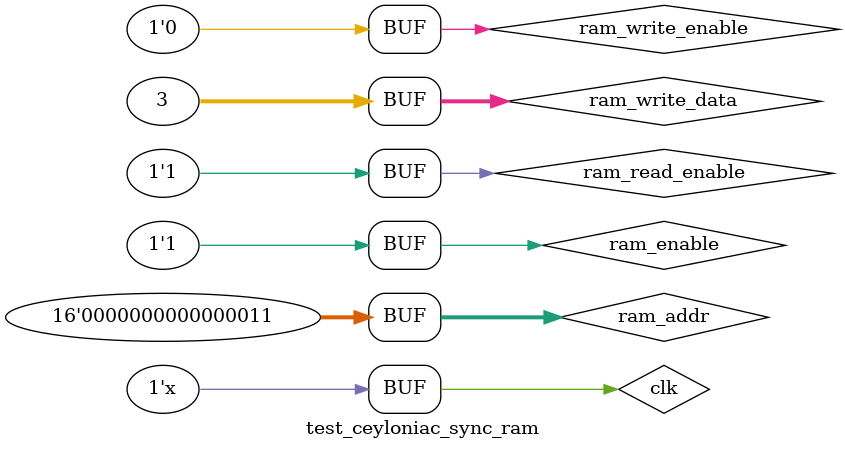
<source format=v>
`timescale 1ns / 1ps


module test_ceyloniac_sync_ram;

		// Inputs
	reg [15:0] ram_addr;
	reg [31:0] ram_write_data;
	reg ram_write_enable;
	reg ram_read_enable;
	reg ram_enable;

	// Outputs
	wire [31:0] ram_read_data;
	reg clk;

	// Instantiate the Unit Under Test (UUT)
	ceyloniac_sync_ram uut (
	   .clk(clk),
		.ram_addr(ram_addr), 
		.ram_read_data(ram_read_data), 
		.ram_write_data(ram_write_data), 
		.ram_write_enable(ram_write_enable), 
		.ram_read_enable(ram_read_enable), 
		.ram_enable(ram_enable)
	);

	initial begin
		// Initialize Inputs
		clk = 0;
		ram_addr = 0;
		ram_write_data = 0;
		ram_write_enable = 0;
		ram_read_enable = 0;
		ram_enable = 0;

		// Wait 100 ns for global reset to finish
		#100;
        
		// Add stimulus here
		
		// Initialize Inputs
		//clk = 0;
		ram_addr = 0;
		ram_write_data = 0;
		ram_write_enable = 0;
		ram_enable = 0;
		ram_enable = 1;
		
/*		#20;
			addr_in = 32'b0;
		w_data_in = 32'b0;
		w_en_in = 1'b1;
				
		
			#20;
			addr_in = 32'b1;
		w_data_in = 32'b1;
		w_en_in = 1'b1;
				
			#20;
			addr_in = 32'b10;
		w_data_in = 32'b10;
		w_en_in = 1'b1;
		
			#20;
			addr_in = 32'b11;
		w_data_in = 32'b11;
		w_en_in = 1'b1;
		
		// Wait 100 ns for global reset to finish
		#100;
			w_en_in = 1'b0;
       #20;
		 	w_en_in = 1'b0;
			addr_in = 32'b10;
		   	
				#100;
				addr_in = 32'b11;
				#100;*/
				
					//Programming the Instruction into the Instruction Memory.............................
				
		#20;
			ram_addr = 32'b0;
		ram_write_data = 32'b0;  //Feeding Instructions into the processor
		ram_write_enable = 1'b1;
						
			#20;
			ram_addr = 32'b1;
		ram_write_data = 32'b1;  //Feeding Instructions into the processor
		ram_write_enable = 1'b1;
				
			#20;
				ram_addr = 32'b10;
		ram_write_data = 32'b10;  //Feeding Instructions into the processor
		ram_write_enable = 1'b1;
			#20;
			ram_addr = 32'b11;
		ram_write_data = 32'b11;  //Feeding Instructions into the processor
		ram_write_enable = 1'b1;
		
		
		#100;
		
		 	ram_write_enable = 1'b0;
			ram_read_enable=1'b1;
			ram_addr = 32'b10;
		   	
				#100;
				ram_addr= 32'b11;
				#100;

	end
	
	always begin 
	#5 clk= ~clk;
	end
      
endmodule


</source>
